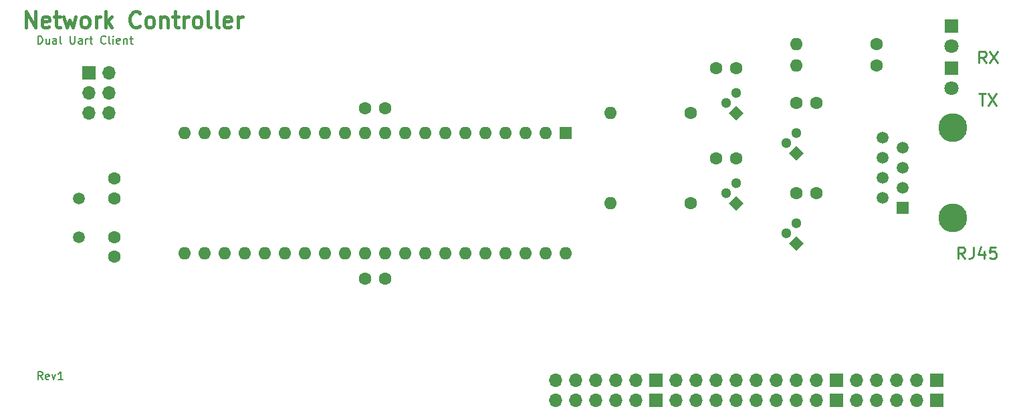
<source format=gbr>
%TF.GenerationSoftware,KiCad,Pcbnew,(5.1.10)-1*%
%TF.CreationDate,2022-06-26T20:44:53-06:00*%
%TF.ProjectId,network_card,6e657477-6f72-46b5-9f63-6172642e6b69,rev?*%
%TF.SameCoordinates,Original*%
%TF.FileFunction,Soldermask,Top*%
%TF.FilePolarity,Negative*%
%FSLAX46Y46*%
G04 Gerber Fmt 4.6, Leading zero omitted, Abs format (unit mm)*
G04 Created by KiCad (PCBNEW (5.1.10)-1) date 2022-06-26 20:44:53*
%MOMM*%
%LPD*%
G01*
G04 APERTURE LIST*
%ADD10C,0.200000*%
%ADD11C,0.450000*%
%ADD12C,0.250000*%
%ADD13C,1.800000*%
%ADD14R,1.800000X1.800000*%
%ADD15O,1.600000X1.600000*%
%ADD16C,1.600000*%
%ADD17R,1.700000X1.700000*%
%ADD18O,1.700000X1.700000*%
%ADD19C,1.500000*%
%ADD20R,1.600000X1.600000*%
%ADD21C,3.650000*%
%ADD22R,1.500000X1.500000*%
%ADD23C,1.300000*%
%ADD24C,0.100000*%
G04 APERTURE END LIST*
D10*
X352793095Y-267152380D02*
X352793095Y-266152380D01*
X353031190Y-266152380D01*
X353174047Y-266200000D01*
X353269285Y-266295238D01*
X353316904Y-266390476D01*
X353364523Y-266580952D01*
X353364523Y-266723809D01*
X353316904Y-266914285D01*
X353269285Y-267009523D01*
X353174047Y-267104761D01*
X353031190Y-267152380D01*
X352793095Y-267152380D01*
X354221666Y-266485714D02*
X354221666Y-267152380D01*
X353793095Y-266485714D02*
X353793095Y-267009523D01*
X353840714Y-267104761D01*
X353935952Y-267152380D01*
X354078809Y-267152380D01*
X354174047Y-267104761D01*
X354221666Y-267057142D01*
X355126428Y-267152380D02*
X355126428Y-266628571D01*
X355078809Y-266533333D01*
X354983571Y-266485714D01*
X354793095Y-266485714D01*
X354697857Y-266533333D01*
X355126428Y-267104761D02*
X355031190Y-267152380D01*
X354793095Y-267152380D01*
X354697857Y-267104761D01*
X354650238Y-267009523D01*
X354650238Y-266914285D01*
X354697857Y-266819047D01*
X354793095Y-266771428D01*
X355031190Y-266771428D01*
X355126428Y-266723809D01*
X355745476Y-267152380D02*
X355650238Y-267104761D01*
X355602619Y-267009523D01*
X355602619Y-266152380D01*
X356888333Y-266152380D02*
X356888333Y-266961904D01*
X356935952Y-267057142D01*
X356983571Y-267104761D01*
X357078809Y-267152380D01*
X357269285Y-267152380D01*
X357364523Y-267104761D01*
X357412142Y-267057142D01*
X357459761Y-266961904D01*
X357459761Y-266152380D01*
X358364523Y-267152380D02*
X358364523Y-266628571D01*
X358316904Y-266533333D01*
X358221666Y-266485714D01*
X358031190Y-266485714D01*
X357935952Y-266533333D01*
X358364523Y-267104761D02*
X358269285Y-267152380D01*
X358031190Y-267152380D01*
X357935952Y-267104761D01*
X357888333Y-267009523D01*
X357888333Y-266914285D01*
X357935952Y-266819047D01*
X358031190Y-266771428D01*
X358269285Y-266771428D01*
X358364523Y-266723809D01*
X358840714Y-267152380D02*
X358840714Y-266485714D01*
X358840714Y-266676190D02*
X358888333Y-266580952D01*
X358935952Y-266533333D01*
X359031190Y-266485714D01*
X359126428Y-266485714D01*
X359316904Y-266485714D02*
X359697857Y-266485714D01*
X359459761Y-266152380D02*
X359459761Y-267009523D01*
X359507380Y-267104761D01*
X359602619Y-267152380D01*
X359697857Y-267152380D01*
X361364523Y-267057142D02*
X361316904Y-267104761D01*
X361174047Y-267152380D01*
X361078809Y-267152380D01*
X360935952Y-267104761D01*
X360840714Y-267009523D01*
X360793095Y-266914285D01*
X360745476Y-266723809D01*
X360745476Y-266580952D01*
X360793095Y-266390476D01*
X360840714Y-266295238D01*
X360935952Y-266200000D01*
X361078809Y-266152380D01*
X361174047Y-266152380D01*
X361316904Y-266200000D01*
X361364523Y-266247619D01*
X361935952Y-267152380D02*
X361840714Y-267104761D01*
X361793095Y-267009523D01*
X361793095Y-266152380D01*
X362316904Y-267152380D02*
X362316904Y-266485714D01*
X362316904Y-266152380D02*
X362269285Y-266200000D01*
X362316904Y-266247619D01*
X362364523Y-266200000D01*
X362316904Y-266152380D01*
X362316904Y-266247619D01*
X363174047Y-267104761D02*
X363078809Y-267152380D01*
X362888333Y-267152380D01*
X362793095Y-267104761D01*
X362745476Y-267009523D01*
X362745476Y-266628571D01*
X362793095Y-266533333D01*
X362888333Y-266485714D01*
X363078809Y-266485714D01*
X363174047Y-266533333D01*
X363221666Y-266628571D01*
X363221666Y-266723809D01*
X362745476Y-266819047D01*
X363650238Y-266485714D02*
X363650238Y-267152380D01*
X363650238Y-266580952D02*
X363697857Y-266533333D01*
X363793095Y-266485714D01*
X363935952Y-266485714D01*
X364031190Y-266533333D01*
X364078809Y-266628571D01*
X364078809Y-267152380D01*
X364412142Y-266485714D02*
X364793095Y-266485714D01*
X364555000Y-266152380D02*
X364555000Y-267009523D01*
X364602619Y-267104761D01*
X364697857Y-267152380D01*
X364793095Y-267152380D01*
D11*
X351288690Y-265064761D02*
X351288690Y-263064761D01*
X352431547Y-265064761D01*
X352431547Y-263064761D01*
X354145833Y-264969523D02*
X353955357Y-265064761D01*
X353574404Y-265064761D01*
X353383928Y-264969523D01*
X353288690Y-264779047D01*
X353288690Y-264017142D01*
X353383928Y-263826666D01*
X353574404Y-263731428D01*
X353955357Y-263731428D01*
X354145833Y-263826666D01*
X354241071Y-264017142D01*
X354241071Y-264207619D01*
X353288690Y-264398095D01*
X354812500Y-263731428D02*
X355574404Y-263731428D01*
X355098214Y-263064761D02*
X355098214Y-264779047D01*
X355193452Y-264969523D01*
X355383928Y-265064761D01*
X355574404Y-265064761D01*
X356050595Y-263731428D02*
X356431547Y-265064761D01*
X356812500Y-264112380D01*
X357193452Y-265064761D01*
X357574404Y-263731428D01*
X358622023Y-265064761D02*
X358431547Y-264969523D01*
X358336309Y-264874285D01*
X358241071Y-264683809D01*
X358241071Y-264112380D01*
X358336309Y-263921904D01*
X358431547Y-263826666D01*
X358622023Y-263731428D01*
X358907738Y-263731428D01*
X359098214Y-263826666D01*
X359193452Y-263921904D01*
X359288690Y-264112380D01*
X359288690Y-264683809D01*
X359193452Y-264874285D01*
X359098214Y-264969523D01*
X358907738Y-265064761D01*
X358622023Y-265064761D01*
X360145833Y-265064761D02*
X360145833Y-263731428D01*
X360145833Y-264112380D02*
X360241071Y-263921904D01*
X360336309Y-263826666D01*
X360526785Y-263731428D01*
X360717261Y-263731428D01*
X361383928Y-265064761D02*
X361383928Y-263064761D01*
X361574404Y-264302857D02*
X362145833Y-265064761D01*
X362145833Y-263731428D02*
X361383928Y-264493333D01*
X365669642Y-264874285D02*
X365574404Y-264969523D01*
X365288690Y-265064761D01*
X365098214Y-265064761D01*
X364812500Y-264969523D01*
X364622023Y-264779047D01*
X364526785Y-264588571D01*
X364431547Y-264207619D01*
X364431547Y-263921904D01*
X364526785Y-263540952D01*
X364622023Y-263350476D01*
X364812500Y-263160000D01*
X365098214Y-263064761D01*
X365288690Y-263064761D01*
X365574404Y-263160000D01*
X365669642Y-263255238D01*
X366812500Y-265064761D02*
X366622023Y-264969523D01*
X366526785Y-264874285D01*
X366431547Y-264683809D01*
X366431547Y-264112380D01*
X366526785Y-263921904D01*
X366622023Y-263826666D01*
X366812500Y-263731428D01*
X367098214Y-263731428D01*
X367288690Y-263826666D01*
X367383928Y-263921904D01*
X367479166Y-264112380D01*
X367479166Y-264683809D01*
X367383928Y-264874285D01*
X367288690Y-264969523D01*
X367098214Y-265064761D01*
X366812500Y-265064761D01*
X368336309Y-263731428D02*
X368336309Y-265064761D01*
X368336309Y-263921904D02*
X368431547Y-263826666D01*
X368622023Y-263731428D01*
X368907738Y-263731428D01*
X369098214Y-263826666D01*
X369193452Y-264017142D01*
X369193452Y-265064761D01*
X369860119Y-263731428D02*
X370622023Y-263731428D01*
X370145833Y-263064761D02*
X370145833Y-264779047D01*
X370241071Y-264969523D01*
X370431547Y-265064761D01*
X370622023Y-265064761D01*
X371288690Y-265064761D02*
X371288690Y-263731428D01*
X371288690Y-264112380D02*
X371383928Y-263921904D01*
X371479166Y-263826666D01*
X371669642Y-263731428D01*
X371860119Y-263731428D01*
X372812500Y-265064761D02*
X372622023Y-264969523D01*
X372526785Y-264874285D01*
X372431547Y-264683809D01*
X372431547Y-264112380D01*
X372526785Y-263921904D01*
X372622023Y-263826666D01*
X372812500Y-263731428D01*
X373098214Y-263731428D01*
X373288690Y-263826666D01*
X373383928Y-263921904D01*
X373479166Y-264112380D01*
X373479166Y-264683809D01*
X373383928Y-264874285D01*
X373288690Y-264969523D01*
X373098214Y-265064761D01*
X372812500Y-265064761D01*
X374622023Y-265064761D02*
X374431547Y-264969523D01*
X374336309Y-264779047D01*
X374336309Y-263064761D01*
X375669642Y-265064761D02*
X375479166Y-264969523D01*
X375383928Y-264779047D01*
X375383928Y-263064761D01*
X377193452Y-264969523D02*
X377002976Y-265064761D01*
X376622023Y-265064761D01*
X376431547Y-264969523D01*
X376336309Y-264779047D01*
X376336309Y-264017142D01*
X376431547Y-263826666D01*
X376622023Y-263731428D01*
X377002976Y-263731428D01*
X377193452Y-263826666D01*
X377288690Y-264017142D01*
X377288690Y-264207619D01*
X376336309Y-264398095D01*
X378145833Y-265064761D02*
X378145833Y-263731428D01*
X378145833Y-264112380D02*
X378241071Y-263921904D01*
X378336309Y-263826666D01*
X378526785Y-263731428D01*
X378717261Y-263731428D01*
D10*
X353364523Y-309697380D02*
X353031190Y-309221190D01*
X352793095Y-309697380D02*
X352793095Y-308697380D01*
X353174047Y-308697380D01*
X353269285Y-308745000D01*
X353316904Y-308792619D01*
X353364523Y-308887857D01*
X353364523Y-309030714D01*
X353316904Y-309125952D01*
X353269285Y-309173571D01*
X353174047Y-309221190D01*
X352793095Y-309221190D01*
X354174047Y-309649761D02*
X354078809Y-309697380D01*
X353888333Y-309697380D01*
X353793095Y-309649761D01*
X353745476Y-309554523D01*
X353745476Y-309173571D01*
X353793095Y-309078333D01*
X353888333Y-309030714D01*
X354078809Y-309030714D01*
X354174047Y-309078333D01*
X354221666Y-309173571D01*
X354221666Y-309268809D01*
X353745476Y-309364047D01*
X354555000Y-309030714D02*
X354793095Y-309697380D01*
X355031190Y-309030714D01*
X355935952Y-309697380D02*
X355364523Y-309697380D01*
X355650238Y-309697380D02*
X355650238Y-308697380D01*
X355555000Y-308840238D01*
X355459761Y-308935476D01*
X355364523Y-308983095D01*
%TO.C,TX*%
D12*
X471932142Y-273498571D02*
X472789285Y-273498571D01*
X472360714Y-274998571D02*
X472360714Y-273498571D01*
X473146428Y-273498571D02*
X474146428Y-274998571D01*
X474146428Y-273498571D02*
X473146428Y-274998571D01*
%TO.C,RX*%
X472825000Y-269588371D02*
X472325000Y-268874085D01*
X471967857Y-269588371D02*
X471967857Y-268088371D01*
X472539285Y-268088371D01*
X472682142Y-268159800D01*
X472753571Y-268231228D01*
X472825000Y-268374085D01*
X472825000Y-268588371D01*
X472753571Y-268731228D01*
X472682142Y-268802657D01*
X472539285Y-268874085D01*
X471967857Y-268874085D01*
X473325000Y-268088371D02*
X474325000Y-269588371D01*
X474325000Y-268088371D02*
X473325000Y-269588371D01*
%TO.C,RJ45*%
X470139745Y-294396551D02*
X469639745Y-293682265D01*
X469282602Y-294396551D02*
X469282602Y-292896551D01*
X469854031Y-292896551D01*
X469996888Y-292967980D01*
X470068317Y-293039408D01*
X470139745Y-293182265D01*
X470139745Y-293396551D01*
X470068317Y-293539408D01*
X469996888Y-293610837D01*
X469854031Y-293682265D01*
X469282602Y-293682265D01*
X471211174Y-292896551D02*
X471211174Y-293967980D01*
X471139745Y-294182265D01*
X470996888Y-294325122D01*
X470782602Y-294396551D01*
X470639745Y-294396551D01*
X472568317Y-293396551D02*
X472568317Y-294396551D01*
X472211174Y-292825122D02*
X471854031Y-293896551D01*
X472782602Y-293896551D01*
X474068317Y-292896551D02*
X473354031Y-292896551D01*
X473282602Y-293610837D01*
X473354031Y-293539408D01*
X473496888Y-293467980D01*
X473854031Y-293467980D01*
X473996888Y-293539408D01*
X474068317Y-293610837D01*
X474139745Y-293753694D01*
X474139745Y-294110837D01*
X474068317Y-294253694D01*
X473996888Y-294325122D01*
X473854031Y-294396551D01*
X473496888Y-294396551D01*
X473354031Y-294325122D01*
X473282602Y-294253694D01*
%TD*%
D13*
%TO.C,TX*%
X468475060Y-272770600D03*
D14*
X468475060Y-270230600D03*
%TD*%
D15*
%TO.C,4.7k\u03A9*%
X448815460Y-267157200D03*
D16*
X458975460Y-267157200D03*
%TD*%
D17*
%TO.C,ISP*%
X359280460Y-270857980D03*
D18*
X361820460Y-270857980D03*
X359280460Y-273397980D03*
X361820460Y-273397980D03*
X359280460Y-275937980D03*
X361820460Y-275937980D03*
%TD*%
D16*
%TO.C,4.7k\u03A9*%
X458975460Y-269892780D03*
D15*
X448815460Y-269892780D03*
%TD*%
D16*
%TO.C,20pf*%
X362455460Y-284232980D03*
X362455460Y-286732980D03*
%TD*%
D19*
%TO.C, *%
X358010460Y-291632980D03*
X358010460Y-286732980D03*
%TD*%
D16*
%TO.C,20pf*%
X362455460Y-294135180D03*
X362455460Y-291635180D03*
%TD*%
%TO.C,0.1uf*%
X448815460Y-286097980D03*
X451315460Y-286097980D03*
%TD*%
%TO.C,0.1uf*%
X394205460Y-275302980D03*
X396705460Y-275302980D03*
%TD*%
%TO.C,0.1uf*%
X394205460Y-296892980D03*
X396705460Y-296892980D03*
%TD*%
D13*
%TO.C,RX*%
X468475060Y-267403580D03*
D14*
X468475060Y-264863580D03*
%TD*%
D18*
%TO.C,20pin conn.*%
X418299900Y-312326020D03*
X418299900Y-309786020D03*
X420839900Y-312326020D03*
X420839900Y-309786020D03*
X423379900Y-312326020D03*
X423379900Y-309786020D03*
X425919900Y-312326020D03*
X425919900Y-309786020D03*
X428459900Y-312326020D03*
X428459900Y-309786020D03*
D17*
X430999900Y-312326020D03*
X430999900Y-309786020D03*
D18*
X433539900Y-312326020D03*
X433539900Y-309786020D03*
X436079900Y-312326020D03*
X436079900Y-309786020D03*
X438619900Y-312326020D03*
X438619900Y-309786020D03*
X441159900Y-312326020D03*
X441159900Y-309786020D03*
X443699900Y-312326020D03*
X443699900Y-309786020D03*
X446239900Y-312326020D03*
X446239900Y-309786020D03*
X448779900Y-312326020D03*
X448779900Y-309786020D03*
X451319900Y-312326020D03*
X451319900Y-309786020D03*
D17*
X453859900Y-312326020D03*
X453859900Y-309786020D03*
D18*
X456399900Y-312326020D03*
X456399900Y-309786020D03*
X458939900Y-312326020D03*
X458939900Y-309786020D03*
X461479900Y-312326020D03*
X461479900Y-309786020D03*
X464019900Y-312326020D03*
X464019900Y-309786020D03*
D17*
X466559900Y-312326020D03*
X466559900Y-309786020D03*
%TD*%
D20*
%TO.C,atmega164*%
X419605460Y-278477980D03*
D15*
X371345460Y-293717980D03*
X417065460Y-278477980D03*
X373885460Y-293717980D03*
X414525460Y-278477980D03*
X376425460Y-293717980D03*
X411985460Y-278477980D03*
X378965460Y-293717980D03*
X409445460Y-278477980D03*
X381505460Y-293717980D03*
X406905460Y-278477980D03*
X384045460Y-293717980D03*
X404365460Y-278477980D03*
X386585460Y-293717980D03*
X401825460Y-278477980D03*
X389125460Y-293717980D03*
X399285460Y-278477980D03*
X391665460Y-293717980D03*
X396745460Y-278477980D03*
X394205460Y-293717980D03*
X394205460Y-278477980D03*
X396745460Y-293717980D03*
X391665460Y-278477980D03*
X399285460Y-293717980D03*
X389125460Y-278477980D03*
X401825460Y-293717980D03*
X386585460Y-278477980D03*
X404365460Y-293717980D03*
X384045460Y-278477980D03*
X406905460Y-293717980D03*
X381505460Y-278477980D03*
X409445460Y-293717980D03*
X378965460Y-278477980D03*
X411985460Y-293717980D03*
X376425460Y-278477980D03*
X414525460Y-293717980D03*
X373885460Y-278477980D03*
X417065460Y-293717980D03*
X371345460Y-278477980D03*
X419605460Y-293717980D03*
%TD*%
D21*
%TO.C,RJ45*%
X468627460Y-277766780D03*
X468627460Y-289196780D03*
D22*
X462277460Y-287926780D03*
D19*
X459737460Y-286656780D03*
X462277460Y-285386780D03*
X459737460Y-284116780D03*
X462277460Y-282846780D03*
X459737460Y-281576780D03*
X462277460Y-280306780D03*
X459737460Y-279036780D03*
%TD*%
D23*
%TO.C,BC547B*%
X439925460Y-274667980D03*
X441195460Y-273397980D03*
D24*
G36*
X442114699Y-275937980D02*
G01*
X441195460Y-276857219D01*
X440276221Y-275937980D01*
X441195460Y-275018741D01*
X442114699Y-275937980D01*
G37*
%TD*%
%TO.C,BC547B*%
G36*
X449734699Y-281017980D02*
G01*
X448815460Y-281937219D01*
X447896221Y-281017980D01*
X448815460Y-280098741D01*
X449734699Y-281017980D01*
G37*
D23*
X448815460Y-278477980D03*
X447545460Y-279747980D03*
%TD*%
D24*
%TO.C,BC547B*%
G36*
X449734699Y-292447980D02*
G01*
X448815460Y-293367219D01*
X447896221Y-292447980D01*
X448815460Y-291528741D01*
X449734699Y-292447980D01*
G37*
D23*
X448815460Y-289907980D03*
X447545460Y-291177980D03*
%TD*%
%TO.C,BC547B*%
X439925460Y-286097980D03*
X441195460Y-284827980D03*
D24*
G36*
X442114699Y-287367980D02*
G01*
X441195460Y-288287219D01*
X440276221Y-287367980D01*
X441195460Y-286448741D01*
X442114699Y-287367980D01*
G37*
%TD*%
D15*
%TO.C,100k\u03A9*%
X425320460Y-275937980D03*
D16*
X435480460Y-275937980D03*
%TD*%
D15*
%TO.C,100k\u03A9*%
X425320460Y-287367980D03*
D16*
X435480460Y-287367980D03*
%TD*%
%TO.C,0.1uf*%
X438655460Y-270222980D03*
X441155460Y-270222980D03*
%TD*%
%TO.C,0.1uf*%
X441155460Y-281652980D03*
X438655460Y-281652980D03*
%TD*%
%TO.C,0.1uf*%
X451315460Y-274667980D03*
X448815460Y-274667980D03*
%TD*%
M02*

</source>
